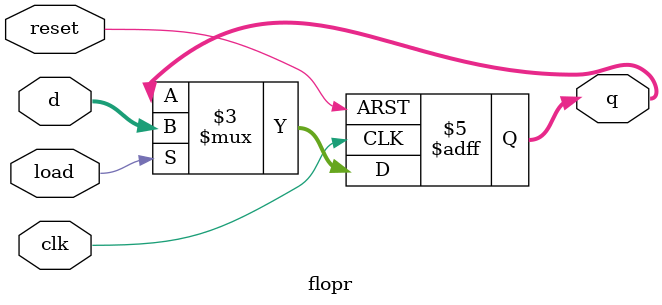
<source format=v>
`timescale 1ns/100ps

module flopr #(parameter width = 8)
  ( input clk, reset, load,
   input [width-1:0] d,
   output reg [width-1:0] q);
  
  always @(posedge clk, posedge reset)
    begin
      if (reset) q = 0;
      else if(load) q = d;
    end
endmodule

</source>
